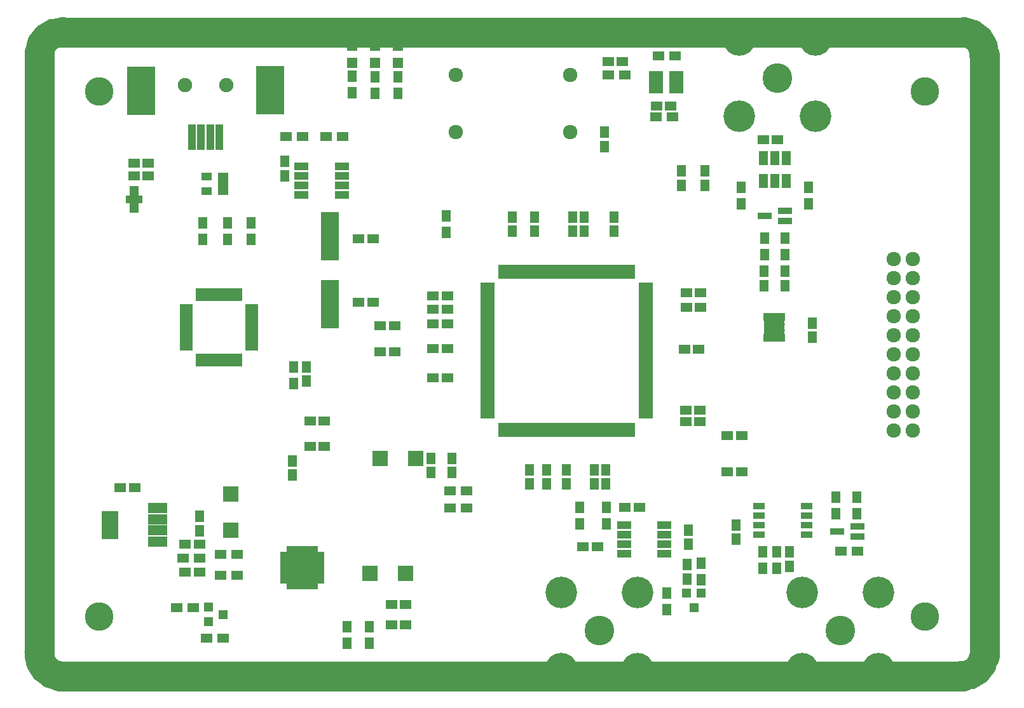
<source format=gbr>
G04 #@! TF.FileFunction,Soldermask,Top*
%FSLAX46Y46*%
G04 Gerber Fmt 4.6, Leading zero omitted, Abs format (unit mm)*
G04 Created by KiCad (PCBNEW 4.0.6) date 11/10/17 17:18:38*
%MOMM*%
%LPD*%
G01*
G04 APERTURE LIST*
%ADD10C,0.100000*%
%ADD11C,4.000000*%
%ADD12R,2.400000X6.400000*%
%ADD13R,2.000000X2.100000*%
%ADD14R,0.650000X1.700000*%
%ADD15R,1.700000X0.650000*%
%ADD16C,1.924000*%
%ADD17R,1.150000X1.600000*%
%ADD18R,1.600000X1.150000*%
%ADD19C,4.210000*%
%ADD20C,3.956000*%
%ADD21R,1.850000X0.650000*%
%ADD22R,0.650000X1.850000*%
%ADD23R,1.950000X1.000000*%
%ADD24R,2.600000X1.400000*%
%ADD25R,2.200000X3.800000*%
%ADD26C,1.000000*%
%ADD27R,1.960000X1.050000*%
%ADD28R,1.300000X1.600000*%
%ADD29R,1.460000X1.050000*%
%ADD30C,1.900000*%
%ADD31R,1.100000X3.400000*%
%ADD32R,3.800000X6.400000*%
%ADD33R,1.400000X1.400000*%
%ADD34R,1.600000X1.300000*%
%ADD35R,1.160000X1.900000*%
%ADD36R,1.200000X1.100000*%
%ADD37R,1.250000X1.400000*%
%ADD38R,0.650000X1.100000*%
%ADD39R,1.590000X1.230000*%
%ADD40R,1.900000X0.850000*%
%ADD41C,3.800000*%
%ADD42R,1.543000X0.908000*%
%ADD43R,1.200000X1.300000*%
%ADD44R,1.100000X0.650000*%
%ADD45R,2.125000X2.125000*%
%ADD46R,2.100000X2.000000*%
%ADD47R,1.300000X1.200000*%
G04 APERTURE END LIST*
D10*
D11*
X197920000Y-61150000D02*
G75*
G03X195269782Y-58056596I-2975999J132332D01*
G01*
X194820000Y-143930000D02*
G75*
G03X197913404Y-141279782I132332J2975999D01*
G01*
X72070000Y-140830000D02*
G75*
G03X74720218Y-143923404I2975999J-132332D01*
G01*
X197950000Y-141240000D02*
X197940000Y-61080000D01*
X195100000Y-143940000D02*
X74770000Y-143930000D01*
X72080000Y-60800000D02*
X72090000Y-141300000D01*
X75180000Y-58070000D02*
G75*
G03X72086596Y-60720218I-132332J-2975999D01*
G01*
X195150000Y-58080000D02*
X74880000Y-58070000D01*
D12*
X110760000Y-94300000D03*
X110760000Y-85300000D03*
D13*
X97580000Y-119650000D03*
X97570000Y-124460000D03*
D14*
X98733900Y-93074200D03*
X98233900Y-93074200D03*
X97733900Y-93074200D03*
X97233900Y-93074200D03*
X96733900Y-93074200D03*
X96233900Y-93074200D03*
X95733900Y-93074200D03*
X95233900Y-93074200D03*
X94733900Y-93074200D03*
X94233900Y-93074200D03*
X93733900Y-93074200D03*
X93233900Y-93074200D03*
D15*
X91633900Y-94674200D03*
X91633900Y-95174200D03*
X91633900Y-95674200D03*
X91633900Y-96174200D03*
X91633900Y-96674200D03*
X91633900Y-97174200D03*
X91633900Y-97674200D03*
X91633900Y-98174200D03*
X91633900Y-98674200D03*
X91633900Y-99174200D03*
X91633900Y-99674200D03*
X91633900Y-100174200D03*
D14*
X93233900Y-101774200D03*
X93733900Y-101774200D03*
X94233900Y-101774200D03*
X94733900Y-101774200D03*
X95233900Y-101774200D03*
X95733900Y-101774200D03*
X96233900Y-101774200D03*
X96733900Y-101774200D03*
X97233900Y-101774200D03*
X97733900Y-101774200D03*
X98233900Y-101774200D03*
X98733900Y-101774200D03*
D15*
X100333900Y-100174200D03*
X100333900Y-99674200D03*
X100333900Y-99174200D03*
X100333900Y-98674200D03*
X100333900Y-98174200D03*
X100333900Y-97674200D03*
X100333900Y-97174200D03*
X100333900Y-96674200D03*
X100333900Y-96174200D03*
X100333900Y-95674200D03*
X100333900Y-95174200D03*
X100333900Y-94674200D03*
D16*
X185860000Y-108630000D03*
X188400000Y-111170000D03*
X188400000Y-108630000D03*
X185860000Y-111170000D03*
X185860000Y-106090000D03*
X188400000Y-106090000D03*
X185860000Y-103550000D03*
X188400000Y-103550000D03*
X185860000Y-101010000D03*
X188400000Y-101010000D03*
X188400000Y-98470000D03*
X185860000Y-98470000D03*
X185860000Y-88310000D03*
X185860000Y-90850000D03*
X188400000Y-90850000D03*
X188400000Y-88310000D03*
X188400000Y-95930000D03*
X185860000Y-95930000D03*
X185860000Y-93390000D03*
X188400000Y-93390000D03*
D17*
X168590000Y-91860000D03*
X168590000Y-89960000D03*
D18*
X146380000Y-126660000D03*
X144480000Y-126660000D03*
D19*
X183870000Y-132740000D03*
D20*
X178790000Y-137820000D03*
D19*
X183870000Y-142900000D03*
X173710000Y-132740000D03*
X173710000Y-142900000D03*
D21*
X152862215Y-109279851D03*
X152862215Y-108779851D03*
X152862215Y-108279851D03*
X152862215Y-107779851D03*
X152862215Y-107279851D03*
X152862215Y-106779851D03*
X152862215Y-106279851D03*
X152862215Y-105779851D03*
X152862215Y-105279851D03*
X152862215Y-104779851D03*
X152862215Y-104279851D03*
X152862215Y-103779851D03*
X152862215Y-103279851D03*
X152862215Y-102779851D03*
X152862215Y-102279851D03*
X152862215Y-101779851D03*
X152862215Y-101279851D03*
X152862215Y-100779851D03*
X152862215Y-100279851D03*
X152862215Y-99779851D03*
X152862215Y-99279851D03*
X152862215Y-98779851D03*
X152862215Y-98279851D03*
X152862215Y-97779851D03*
X152862215Y-97279851D03*
X152862215Y-96779851D03*
X152862215Y-96279851D03*
X152862215Y-95779851D03*
X152862215Y-95279851D03*
X152862215Y-94779851D03*
X152862215Y-94279851D03*
X152862215Y-93779851D03*
X152862215Y-93279851D03*
X152862215Y-92779851D03*
X152862215Y-92279851D03*
X152862215Y-91779851D03*
D22*
X151062215Y-89979851D03*
X150562215Y-89979851D03*
X150062215Y-89979851D03*
X149562215Y-89979851D03*
X149062215Y-89979851D03*
X148562215Y-89979851D03*
X148062215Y-89979851D03*
X147562215Y-89979851D03*
X147062215Y-89979851D03*
X146562215Y-89979851D03*
X146062215Y-89979851D03*
X145562215Y-89979851D03*
X145062215Y-89979851D03*
X144562215Y-89979851D03*
X144062215Y-89979851D03*
X143562215Y-89979851D03*
X143062215Y-89979851D03*
X142562215Y-89979851D03*
X142062215Y-89979851D03*
X141562215Y-89979851D03*
X141062215Y-89979851D03*
X140562215Y-89979851D03*
X140062215Y-89979851D03*
X139562215Y-89979851D03*
X139062215Y-89979851D03*
X138562215Y-89979851D03*
X138062215Y-89979851D03*
X137562215Y-89979851D03*
X137062215Y-89979851D03*
X136562215Y-89979851D03*
X136062215Y-89979851D03*
X135562215Y-89979851D03*
X135062215Y-89979851D03*
X134562215Y-89979851D03*
X134062215Y-89979851D03*
X133562215Y-89979851D03*
D21*
X131762215Y-91779851D03*
X131762215Y-92279851D03*
X131762215Y-92779851D03*
X131762215Y-93279851D03*
X131762215Y-93779851D03*
X131762215Y-94279851D03*
X131762215Y-94779851D03*
X131762215Y-95279851D03*
X131762215Y-95779851D03*
X131762215Y-96279851D03*
X131762215Y-96779851D03*
X131762215Y-97279851D03*
X131762215Y-97779851D03*
X131762215Y-98279851D03*
X131762215Y-98779851D03*
X131762215Y-99279851D03*
X131762215Y-99779851D03*
X131762215Y-100279851D03*
X131762215Y-100779851D03*
X131762215Y-101279851D03*
X131762215Y-101779851D03*
X131762215Y-102279851D03*
X131762215Y-102779851D03*
X131762215Y-103279851D03*
X131762215Y-103779851D03*
X131762215Y-104279851D03*
X131762215Y-104779851D03*
X131762215Y-105279851D03*
X131762215Y-105779851D03*
X131762215Y-106279851D03*
X131762215Y-106779851D03*
X131762215Y-107279851D03*
X131762215Y-107779851D03*
X131762215Y-108279851D03*
X131762215Y-108779851D03*
X131762215Y-109279851D03*
D22*
X133562215Y-111079851D03*
X134062215Y-111079851D03*
X134562215Y-111079851D03*
X135062215Y-111079851D03*
X135562215Y-111079851D03*
X136062215Y-111079851D03*
X136562215Y-111079851D03*
X137062215Y-111079851D03*
X137562215Y-111079851D03*
X138062215Y-111079851D03*
X138562215Y-111079851D03*
X139062215Y-111079851D03*
X139562215Y-111079851D03*
X140062215Y-111079851D03*
X140562215Y-111079851D03*
X141062215Y-111079851D03*
X141562215Y-111079851D03*
X142062215Y-111079851D03*
X142562215Y-111079851D03*
X143062215Y-111079851D03*
X143562215Y-111079851D03*
X144062215Y-111079851D03*
X144562215Y-111079851D03*
X145062215Y-111079851D03*
X145562215Y-111079851D03*
X146062215Y-111079851D03*
X146562215Y-111079851D03*
X147062215Y-111079851D03*
X147562215Y-111079851D03*
X148062215Y-111079851D03*
X148562215Y-111079851D03*
X149062215Y-111079851D03*
X149562215Y-111079851D03*
X150062215Y-111079851D03*
X150562215Y-111079851D03*
X151062215Y-111079851D03*
D18*
X158182364Y-108454350D03*
X160082364Y-108454350D03*
D23*
X155324200Y-127631100D03*
X155324200Y-126361100D03*
X155324200Y-125091100D03*
X155324200Y-123821100D03*
X149924200Y-123821100D03*
X149924200Y-125091100D03*
X149924200Y-126361100D03*
X149924200Y-127631100D03*
D16*
X142780000Y-63810000D03*
X142780000Y-71430000D03*
X127540000Y-63810000D03*
X127540000Y-71430000D03*
D17*
X146022215Y-116440000D03*
X146022215Y-118340000D03*
D24*
X87810000Y-121520000D03*
X87810000Y-124520000D03*
D25*
X81510000Y-123770000D03*
D24*
X87810000Y-123020000D03*
X87810000Y-126020000D03*
D26*
X170850000Y-97810000D03*
X169250000Y-97810000D03*
X170050000Y-97010000D03*
X170050000Y-97810000D03*
X170850000Y-97010000D03*
X169250000Y-97010000D03*
X106078100Y-130480300D03*
X106078100Y-129480300D03*
X106078100Y-128480300D03*
X107078100Y-130480300D03*
X107078100Y-129480300D03*
X107078100Y-128480300D03*
X108078100Y-130480300D03*
X108078100Y-129480300D03*
D18*
X154285000Y-67910000D03*
X156185000Y-67910000D03*
D27*
X154235000Y-63800000D03*
X154235000Y-64750000D03*
X154235000Y-65700000D03*
X156935000Y-65700000D03*
X156935000Y-63800000D03*
X156935000Y-64750000D03*
D28*
X93860000Y-85700000D03*
X93860000Y-83500000D03*
D18*
X126402066Y-93280000D03*
X124502066Y-93280000D03*
D17*
X171363900Y-91860000D03*
X171363900Y-89960000D03*
D29*
X96560000Y-79247000D03*
X96560000Y-78297000D03*
X96560000Y-77347000D03*
X94360000Y-77347000D03*
X94360000Y-79247000D03*
D30*
X91485000Y-65090000D03*
D31*
X96060000Y-72070000D03*
X93585000Y-72070000D03*
X92360000Y-72070000D03*
D32*
X85635000Y-65870000D03*
X102835000Y-65770000D03*
D31*
X94860000Y-72070000D03*
D30*
X96985000Y-65090000D03*
D18*
X84667300Y-77216400D03*
X86567300Y-77216400D03*
D17*
X126996100Y-114895800D03*
X126996100Y-116795800D03*
X124246100Y-114895800D03*
X124246100Y-116795800D03*
D18*
X93390000Y-126380000D03*
X91490000Y-126380000D03*
D17*
X93390000Y-124540000D03*
X93390000Y-122640000D03*
D18*
X120874200Y-137096100D03*
X118974200Y-137096100D03*
X120874200Y-134396100D03*
X118974200Y-134396100D03*
D17*
X105810000Y-117130000D03*
X105810000Y-115230000D03*
D18*
X93390000Y-130060000D03*
X91490000Y-130060000D03*
X84760000Y-118850000D03*
X82860000Y-118850000D03*
X158222364Y-92775402D03*
X160122364Y-92775402D03*
D17*
X147529574Y-116440000D03*
X147529574Y-118340000D03*
D18*
X158182364Y-109981701D03*
X160082364Y-109981701D03*
D17*
X144589066Y-84619702D03*
X144589066Y-82719702D03*
D18*
X126402066Y-100270000D03*
X124502066Y-100270000D03*
D17*
X143104142Y-84619702D03*
X143104142Y-82719702D03*
X142280000Y-116420000D03*
X142280000Y-118320000D03*
D18*
X126402066Y-104120000D03*
X124502066Y-104120000D03*
D17*
X147340000Y-71430000D03*
X147340000Y-73330000D03*
X137340000Y-116420000D03*
X137340000Y-118320000D03*
X139630000Y-116420000D03*
X139630000Y-118320000D03*
D18*
X126410000Y-95020000D03*
X124510000Y-95020000D03*
X126410000Y-96940000D03*
X124510000Y-96940000D03*
D17*
X148570077Y-84619702D03*
X148570077Y-82719702D03*
X138062215Y-84620000D03*
X138062215Y-82720000D03*
X135070000Y-84619702D03*
X135070000Y-82719702D03*
D18*
X158010000Y-100320000D03*
X159910000Y-100320000D03*
X158222364Y-94727017D03*
X160122364Y-94727017D03*
D17*
X107660000Y-102700000D03*
X107660000Y-104600000D03*
D18*
X84660000Y-75520000D03*
X86560000Y-75520000D03*
X114610000Y-94100000D03*
X116510000Y-94100000D03*
X114610000Y-85600000D03*
X116510000Y-85600000D03*
D17*
X104756100Y-77230800D03*
X104756100Y-75330800D03*
D18*
X168500000Y-72440000D03*
X170400000Y-72440000D03*
D17*
X175040000Y-96870000D03*
X175040000Y-98770000D03*
X158510000Y-126370000D03*
X158510000Y-124470000D03*
X158330000Y-129090000D03*
X158330000Y-130990000D03*
D33*
X116800000Y-62150000D03*
X116800000Y-59860000D03*
X119800000Y-62150000D03*
X119800000Y-59860000D03*
D19*
X165310000Y-69260000D03*
D20*
X170390000Y-64180000D03*
D19*
X165310000Y-59100000D03*
X175470000Y-69260000D03*
X175470000Y-59100000D03*
X151730000Y-132740000D03*
D20*
X146650000Y-137820000D03*
D19*
X151730000Y-142900000D03*
X141570000Y-132740000D03*
X141570000Y-142900000D03*
D34*
X129000000Y-119270000D03*
X126800000Y-119270000D03*
X96240000Y-127700000D03*
X98440000Y-127700000D03*
X126800000Y-121480000D03*
X129000000Y-121480000D03*
D28*
X115980000Y-139570000D03*
X115980000Y-137370000D03*
D34*
X98440000Y-130500000D03*
X96240000Y-130500000D03*
D28*
X113060000Y-137380000D03*
X113060000Y-139580000D03*
D34*
X93400000Y-128190000D03*
X91200000Y-128190000D03*
D28*
X126285547Y-84769702D03*
X126285547Y-82569702D03*
X116800000Y-66200000D03*
X116800000Y-64000000D03*
X119800000Y-66200000D03*
X119800000Y-64000000D03*
X105930000Y-102700000D03*
X105930000Y-104900000D03*
X97160000Y-85700000D03*
X97160000Y-83500000D03*
X100260000Y-83500000D03*
X100260000Y-85700000D03*
D34*
X104906100Y-71990800D03*
X107106100Y-71990800D03*
X112436100Y-71990800D03*
X110236100Y-71990800D03*
D28*
X165523900Y-80994200D03*
X165523900Y-78794200D03*
X168683900Y-85514200D03*
X168683900Y-87714200D03*
X171353900Y-87704200D03*
X171353900Y-85504200D03*
X174523900Y-80994200D03*
X174523900Y-78794200D03*
X160190000Y-131080000D03*
X160190000Y-128880000D03*
D35*
X168503900Y-74884200D03*
X170023900Y-74884200D03*
X171543900Y-74884200D03*
X171543900Y-77934200D03*
X170023900Y-77934200D03*
X168503900Y-77934200D03*
D36*
X85160000Y-80410000D03*
X84160000Y-80410000D03*
D37*
X84660000Y-81510000D03*
X84660000Y-79310000D03*
D23*
X112336100Y-79785800D03*
X112336100Y-78515800D03*
X112336100Y-77245800D03*
X112336100Y-75975800D03*
X106936100Y-75975800D03*
X106936100Y-77245800D03*
X106936100Y-78515800D03*
X106936100Y-79785800D03*
D38*
X168820000Y-98800000D03*
X169270000Y-98800000D03*
X169720000Y-98800000D03*
X170170000Y-98800000D03*
X170620000Y-98800000D03*
X171070000Y-98800000D03*
X171070000Y-96000000D03*
X170620000Y-96000000D03*
X170170000Y-96000000D03*
X169720000Y-96000000D03*
X169270000Y-96000000D03*
X168820000Y-96000000D03*
D39*
X170540000Y-96985000D03*
X169350000Y-96985000D03*
X170540000Y-97815000D03*
X169350000Y-97815000D03*
D40*
X171353900Y-83234200D03*
X171353900Y-81934200D03*
X168693900Y-82584200D03*
D26*
X108078100Y-128480300D03*
D34*
X154500000Y-61240000D03*
X156700000Y-61240000D03*
X154230000Y-69370000D03*
X156430000Y-69370000D03*
D41*
X190000000Y-136000000D03*
X80000000Y-136000000D03*
X190000000Y-66000000D03*
X80000000Y-66000000D03*
D33*
X113770000Y-62150000D03*
X113770000Y-59860000D03*
D28*
X113770000Y-66170000D03*
X113770000Y-63970000D03*
D18*
X147840000Y-61960000D03*
X149740000Y-61960000D03*
D34*
X150050000Y-63800000D03*
X147850000Y-63800000D03*
D17*
X164870000Y-123780000D03*
X164870000Y-125680000D03*
D18*
X150090000Y-121430000D03*
X151990000Y-121430000D03*
D28*
X144060000Y-123610000D03*
X144060000Y-121410000D03*
X147570000Y-121430000D03*
X147570000Y-123630000D03*
D42*
X167920000Y-125040000D03*
X167920000Y-123770000D03*
X167920000Y-122500000D03*
X167920000Y-121230000D03*
X174270000Y-121230000D03*
X174270000Y-122500000D03*
X174270000Y-123770000D03*
X174270000Y-125040000D03*
D43*
X160200000Y-132840000D03*
X158300000Y-132840000D03*
X159250000Y-134840000D03*
D38*
X108840000Y-127080000D03*
X108340000Y-127080000D03*
X107840000Y-127080000D03*
X107340000Y-127080000D03*
X106840000Y-127080000D03*
X106340000Y-127080000D03*
X105840000Y-127080000D03*
X105340000Y-127080000D03*
D44*
X104690000Y-127730000D03*
X104690000Y-128230000D03*
X104690000Y-128730000D03*
X104690000Y-129230000D03*
X104690000Y-129730000D03*
X104690000Y-130230000D03*
X104690000Y-130730000D03*
X104690000Y-131230000D03*
D38*
X105340000Y-131880000D03*
X105840000Y-131880000D03*
X106340000Y-131880000D03*
X106840000Y-131880000D03*
X107340000Y-131880000D03*
X107840000Y-131880000D03*
X108340000Y-131880000D03*
X108840000Y-131880000D03*
D44*
X109490000Y-131230000D03*
X109490000Y-130730000D03*
X109490000Y-130230000D03*
X109490000Y-129730000D03*
X109490000Y-129230000D03*
X109490000Y-128730000D03*
X109490000Y-128230000D03*
X109490000Y-127730000D03*
D45*
X106227500Y-130342500D03*
X107952500Y-130342500D03*
X106227500Y-128617500D03*
X107952500Y-128617500D03*
D17*
X157600000Y-78500000D03*
X157600000Y-76600000D03*
X160750000Y-78500000D03*
X160750000Y-76600000D03*
D18*
X110020000Y-109900000D03*
X108120000Y-109900000D03*
X110020000Y-113270000D03*
X108120000Y-113270000D03*
X119380000Y-97180000D03*
X117480000Y-97180000D03*
X119380000Y-100680000D03*
X117480000Y-100680000D03*
X163710000Y-111850000D03*
X165610000Y-111850000D03*
X163710000Y-116690000D03*
X165610000Y-116690000D03*
D28*
X155610000Y-132850000D03*
X155610000Y-135050000D03*
D34*
X181020000Y-127300000D03*
X178820000Y-127300000D03*
D40*
X181014000Y-125290000D03*
X181014000Y-123990000D03*
X178354000Y-124640000D03*
D46*
X117420000Y-114890000D03*
X122230000Y-114900000D03*
X116064200Y-130204500D03*
X120874200Y-130214500D03*
D47*
X94570000Y-134760000D03*
X94570000Y-136660000D03*
X96570000Y-135710000D03*
D34*
X96580000Y-138880000D03*
X94380000Y-138880000D03*
X92570000Y-134770000D03*
X90370000Y-134770000D03*
D28*
X180990000Y-122300000D03*
X180990000Y-120100000D03*
X178140000Y-120110000D03*
X178140000Y-122310000D03*
D17*
X172000000Y-127380000D03*
X172000000Y-129280000D03*
D28*
X168400000Y-129580000D03*
X168400000Y-127380000D03*
X170250000Y-127380000D03*
X170250000Y-129580000D03*
M02*

</source>
